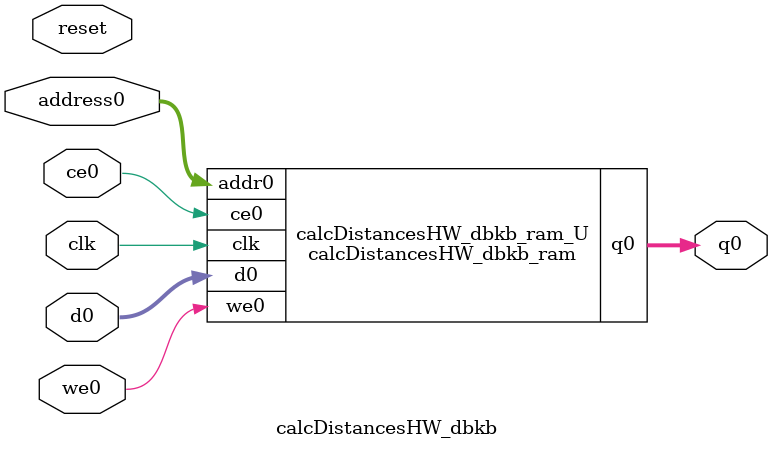
<source format=v>

`timescale 1 ns / 1 ps
module calcDistancesHW_dbkb_ram (addr0, ce0, d0, we0, q0,  clk);

parameter DWIDTH = 32;
parameter AWIDTH = 15;
parameter MEM_SIZE = 32768;

input[AWIDTH-1:0] addr0;
input ce0;
input[DWIDTH-1:0] d0;
input we0;
output reg[DWIDTH-1:0] q0;
input clk;

(* ram_style = "block" *)reg [DWIDTH-1:0] ram[MEM_SIZE-1:0];




always @(posedge clk)  
begin 
    if (ce0) 
    begin
        if (we0) 
        begin 
            ram[addr0] <= d0; 
            q0 <= d0;
        end 
        else 
            q0 <= ram[addr0];
    end
end


endmodule


`timescale 1 ns / 1 ps
module calcDistancesHW_dbkb(
    reset,
    clk,
    address0,
    ce0,
    we0,
    d0,
    q0);

parameter DataWidth = 32'd32;
parameter AddressRange = 32'd32768;
parameter AddressWidth = 32'd15;
input reset;
input clk;
input[AddressWidth - 1:0] address0;
input ce0;
input we0;
input[DataWidth - 1:0] d0;
output[DataWidth - 1:0] q0;



calcDistancesHW_dbkb_ram calcDistancesHW_dbkb_ram_U(
    .clk( clk ),
    .addr0( address0 ),
    .ce0( ce0 ),
    .d0( d0 ),
    .we0( we0 ),
    .q0( q0 ));

endmodule


</source>
